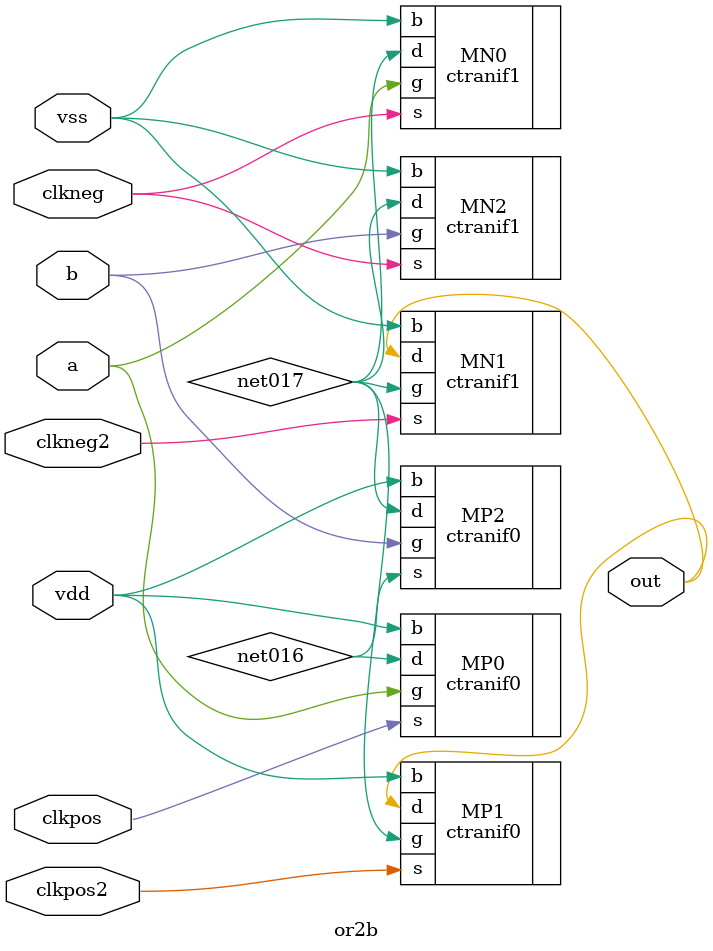
<source format=sv>
`timescale 1ns / 1ns 

module or2b ( out, a, b, clkneg, clkneg2, clkpos, clkpos2, vdd, vss );

output  out;

input  a, b, clkneg, clkneg2, clkpos, clkpos2, vdd, vss;


specify 
    specparam CDS_LIBNAME  = "MIPS25";
    specparam CDS_CELLNAME = "or2b";
    specparam CDS_VIEWNAME = "schematic";
endspecify

ctranif1  MN2 ( .b(vss), .d(net017), .g(b), .s(clkneg));
ctranif1  MN0 ( .b(vss), .d(net017), .g(a), .s(clkneg));
ctranif1  MN1 ( .b(vss), .d(out), .g(net017), .s(clkneg2));
ctranif0  MP2 ( .b(vdd), .s(net016), .g(b), .d(net017));
ctranif0  MP0 ( .b(vdd), .s(clkpos), .g(a), .d(net016));
ctranif0  MP1 ( .b(vdd), .s(clkpos2), .g(net017), .d(out));

endmodule

</source>
